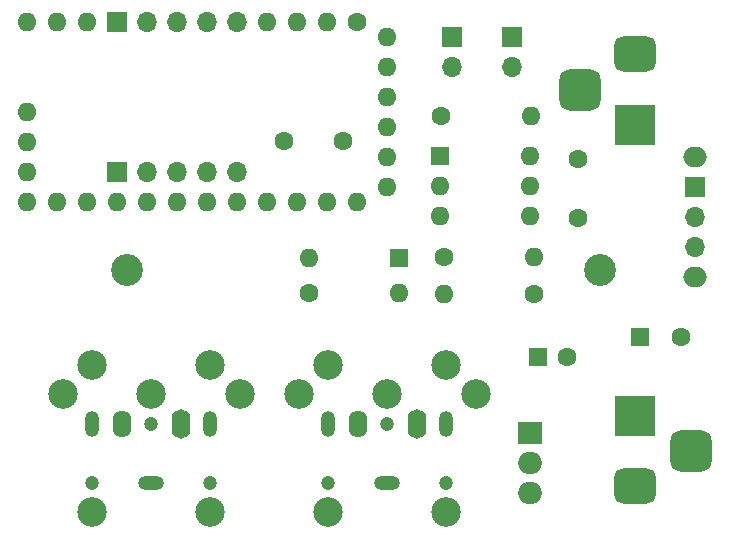
<source format=gbr>
%TF.GenerationSoftware,KiCad,Pcbnew,8.0.3*%
%TF.CreationDate,2024-07-08T19:30:15+01:00*%
%TF.ProjectId,ArduinoProMiniMIDIUSBHost,41726475-696e-46f5-9072-6f4d696e694d,rev?*%
%TF.SameCoordinates,Original*%
%TF.FileFunction,Soldermask,Bot*%
%TF.FilePolarity,Negative*%
%FSLAX46Y46*%
G04 Gerber Fmt 4.6, Leading zero omitted, Abs format (unit mm)*
G04 Created by KiCad (PCBNEW 8.0.3) date 2024-07-08 19:30:15*
%MOMM*%
%LPD*%
G01*
G04 APERTURE LIST*
G04 Aperture macros list*
%AMRoundRect*
0 Rectangle with rounded corners*
0 $1 Rounding radius*
0 $2 $3 $4 $5 $6 $7 $8 $9 X,Y pos of 4 corners*
0 Add a 4 corners polygon primitive as box body*
4,1,4,$2,$3,$4,$5,$6,$7,$8,$9,$2,$3,0*
0 Add four circle primitives for the rounded corners*
1,1,$1+$1,$2,$3*
1,1,$1+$1,$4,$5*
1,1,$1+$1,$6,$7*
1,1,$1+$1,$8,$9*
0 Add four rect primitives between the rounded corners*
20,1,$1+$1,$2,$3,$4,$5,0*
20,1,$1+$1,$4,$5,$6,$7,0*
20,1,$1+$1,$6,$7,$8,$9,0*
20,1,$1+$1,$8,$9,$2,$3,0*%
G04 Aperture macros list end*
%ADD10C,2.499360*%
%ADD11C,1.600000*%
%ADD12O,1.600000X1.600000*%
%ADD13R,1.600000X1.600000*%
%ADD14C,2.700000*%
%ADD15C,1.200000*%
%ADD16O,1.200000X2.200000*%
%ADD17O,1.600000X2.300000*%
%ADD18O,2.200000X1.200000*%
%ADD19O,1.600000X2.500000*%
%ADD20O,2.000000X1.700000*%
%ADD21R,1.700000X1.700000*%
%ADD22O,1.700000X1.700000*%
%ADD23R,3.500000X3.500000*%
%ADD24RoundRect,0.750000X1.000000X-0.750000X1.000000X0.750000X-1.000000X0.750000X-1.000000X-0.750000X0*%
%ADD25RoundRect,0.875000X0.875000X-0.875000X0.875000X0.875000X-0.875000X0.875000X-0.875000X-0.875000X0*%
%ADD26R,2.000000X1.905000*%
%ADD27O,2.000000X1.905000*%
%ADD28RoundRect,0.750000X-1.000000X0.750000X-1.000000X-0.750000X1.000000X-0.750000X1.000000X0.750000X0*%
%ADD29RoundRect,0.875000X-0.875000X0.875000X-0.875000X-0.875000X0.875000X-0.875000X0.875000X0.875000X0*%
G04 APERTURE END LIST*
D10*
%TO.C,IN1*%
X106998740Y-92997700D03*
X117001260Y-92997700D03*
X119498080Y-83002800D03*
X112000000Y-83000260D03*
X104501920Y-83002800D03*
X116996180Y-80500900D03*
X107003820Y-80500900D03*
%TD*%
D11*
%TO.C,U1*%
X129420000Y-51480000D03*
D12*
X126880000Y-51480000D03*
X124340000Y-51480000D03*
X121800000Y-51480000D03*
X119260000Y-51480000D03*
X116720000Y-51480000D03*
X114180000Y-51480000D03*
X111640000Y-51480000D03*
X109100000Y-51480000D03*
X106560000Y-51480000D03*
X104020000Y-51480000D03*
X101480000Y-51480000D03*
X101480000Y-66720000D03*
X104020000Y-66720000D03*
X106560000Y-66720000D03*
X109100000Y-66720000D03*
X111640000Y-66720000D03*
X114180000Y-66720000D03*
X116720000Y-66720000D03*
X119260000Y-66720000D03*
X121800000Y-66720000D03*
X124340000Y-66720000D03*
X126880000Y-66720000D03*
X129420000Y-66720000D03*
X101480000Y-64180000D03*
X101480000Y-61640000D03*
X101480000Y-59100000D03*
X131960000Y-52750000D03*
X131960000Y-55290000D03*
X131960000Y-57830000D03*
X131960000Y-60370000D03*
X131960000Y-62910000D03*
X131960000Y-65450000D03*
%TD*%
D13*
%TO.C,C5*%
X144757621Y-79850000D03*
D11*
X147257621Y-79850000D03*
%TD*%
D14*
%TO.C,MK1*%
X110000000Y-72500000D03*
%TD*%
D11*
%TO.C,R3*%
X125400000Y-74390000D03*
D12*
X133020000Y-74390000D03*
%TD*%
D15*
%TO.C,J1*%
X107000000Y-90500000D03*
X107000000Y-93000000D03*
X112000000Y-85500000D03*
X117000000Y-90500000D03*
X117000000Y-93000000D03*
D16*
X107000000Y-85500000D03*
D17*
X109500000Y-85500000D03*
D18*
X112000000Y-90500000D03*
D16*
X117000000Y-85500000D03*
D19*
X114500000Y-85500000D03*
%TD*%
D20*
%TO.C,SW1*%
X158020000Y-62935000D03*
D21*
X158020000Y-65475000D03*
D22*
X158020000Y-68015000D03*
X158020000Y-70555000D03*
D20*
X158020000Y-73095000D03*
%TD*%
D15*
%TO.C,J2*%
X127000000Y-90500000D03*
X127000000Y-93000000D03*
X132000000Y-85500000D03*
X137000000Y-90500000D03*
X137000000Y-93000000D03*
D16*
X127000000Y-85500000D03*
D17*
X129500000Y-85500000D03*
D18*
X132000000Y-90500000D03*
D16*
X137000000Y-85500000D03*
D19*
X134500000Y-85500000D03*
%TD*%
D11*
%TO.C,R1*%
X144460000Y-74500000D03*
D12*
X136840000Y-74500000D03*
%TD*%
D13*
%TO.C,C2*%
X153367349Y-78180000D03*
D11*
X156867349Y-78180000D03*
%TD*%
D21*
%TO.C,J4*%
X137500000Y-52750000D03*
D22*
X137500000Y-55290000D03*
%TD*%
D11*
%TO.C,C6*%
X123230000Y-61530000D03*
X128230000Y-61530000D03*
%TD*%
%TO.C,R7*%
X136550000Y-59460000D03*
D12*
X144170000Y-59460000D03*
%TD*%
D14*
%TO.C,MK2*%
X150000000Y-72500000D03*
%TD*%
D13*
%TO.C,U4*%
X136480000Y-62850000D03*
D12*
X136480000Y-65390000D03*
X136480000Y-67930000D03*
X144100000Y-67930000D03*
X144100000Y-65390000D03*
X144100000Y-62850000D03*
%TD*%
D21*
%TO.C,J7*%
X142580000Y-52750000D03*
D22*
X142580000Y-55290000D03*
%TD*%
D23*
%TO.C,J6*%
X153000000Y-84800000D03*
D24*
X153000000Y-90800000D03*
D25*
X157700000Y-87800000D03*
%TD*%
D26*
%TO.C,U3*%
X144045000Y-86290000D03*
D27*
X144045000Y-88830000D03*
X144045000Y-91370000D03*
%TD*%
D11*
%TO.C,C3*%
X148170000Y-68110000D03*
X148170000Y-63110000D03*
%TD*%
D10*
%TO.C,OUT1*%
X126998740Y-92997700D03*
X137001260Y-92997700D03*
X139498080Y-83002800D03*
X132000000Y-83000260D03*
X124501920Y-83002800D03*
X136996180Y-80500900D03*
X127003820Y-80500900D03*
%TD*%
D23*
%TO.C,J5*%
X153000000Y-60198000D03*
D28*
X153000000Y-54198000D03*
D29*
X148300000Y-57198000D03*
%TD*%
D13*
%TO.C,D1*%
X133020000Y-71480000D03*
D12*
X125400000Y-71480000D03*
%TD*%
D21*
%TO.C,J8*%
X109090000Y-51500000D03*
D22*
X111630000Y-51500000D03*
X114170000Y-51500000D03*
X116710000Y-51500000D03*
X119250000Y-51500000D03*
%TD*%
D21*
%TO.C,J3*%
X109090000Y-64200000D03*
D22*
X111630000Y-64200000D03*
X114170000Y-64200000D03*
X116710000Y-64200000D03*
X119250000Y-64200000D03*
%TD*%
D11*
%TO.C,R2*%
X136810000Y-71370000D03*
D12*
X144430000Y-71370000D03*
%TD*%
M02*

</source>
